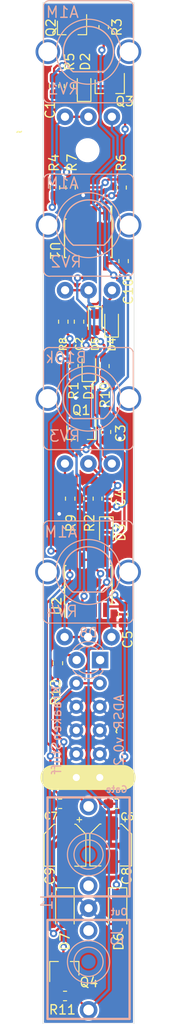
<source format=kicad_pcb>
(kicad_pcb (version 20171130) (host pcbnew "(5.1.0)-1")
  (layers (0 F.Cu signal) (31 B.Cu signal) (34 B.Paste user) (35 F.Paste user) (36 B.SilkS user) (37 F.SilkS user) (38 B.Mask user) (39 F.Mask user) (44 Edge.Cuts user))
  (net 0 "")
  (net 1 "Net-(C1-Pad1)")
  (net 2 "Net-(C1-Pad2)")
  (net 3 GND)
  (net 4 "Net-(C2-Pad2)")
  (net 5 "Net-(C3-Pad2)")
  (net 6 +12V)
  (net 7 -12V)
  (net 8 "Net-(D1-Pad1)")
  (net 9 "Net-(D3-Pad1)")
  (net 10 "Net-(D4-Pad2)")
  (net 11 "Net-(D5-Pad1)")
  (net 12 "Net-(J1-PadT)")
  (net 13 "Net-(J1-PadTN)")
  (net 14 "Net-(J2-PadTN)")
  (net 15 "Net-(J2-PadT)")
  (net 16 "Net-(Q1-Pad3)")
  (net 17 "Net-(Q2-Pad1)")
  (net 18 "Net-(Q3-Pad3)")
  (net 19 "Net-(Q3-Pad1)")
  (net 20 "Net-(R7-Pad2)")
  (net 21 "Net-(R7-Pad1)")
  (net 22 "Net-(R8-Pad1)")
  (net 23 "Net-(R10-Pad1)")
  (net 24 "Net-(R10-Pad2)")
  (net 25 "Net-(RV3-Pad2)")
  (net 26 "Net-(RV3-Pad1)")
  (net 27 "Net-(D6-Pad1)")
  (net 28 "Net-(D7-Pad2)")
  (net 29 "Net-(R9-Pad1)")
  (net 30 "Net-(D8-Pad1)")
  (net 31 "Net-(D8-Pad2)")
  (net 32 "Net-(Q4-Pad1)")
  (module MountingHole:MountingHole_2.2mm_M2 (layer F.Cu) (at 38.8493 35.8902)
    (fp_text reference ~ (at -7.3787 -2.0066) (layer F.SilkS))
    (fp_text value MountingHole_2.2mm_M2)
    (pad 1 np_thru_hole circle (at 0 0) (size 2.2 2.2) (drill 2.2) (layers *.Cu *.Mask))
  )
  (module KraakenStuff:EuroHeader10 (layer F.Cu) (at 38.9001 98.4123 180)
    (fp_text reference ~ (at -3.048 0 270) (layer F.SilkS))
    (fp_text value EuroPower)
    (pad 10 thru_hole circle (at 1.27 5.08 180) (size 1.524 1.524) (drill 0.762) (layers *.Cu *.Mask) (net 28 "Net-(D7-Pad2)"))
    (pad 9 thru_hole circle (at -1.27 5.08 180) (size 1.524 1.524) (drill 0.762) (layers *.Cu *.Mask) (net 28 "Net-(D7-Pad2)"))
    (pad 8 thru_hole circle (at 1.27 2.54 180) (size 1.524 1.524) (drill 0.762) (layers *.Cu *.Mask) (net 3 GND))
    (pad 7 thru_hole circle (at -1.27 2.54 180) (size 1.524 1.524) (drill 0.762) (layers *.Cu *.Mask) (net 3 GND))
    (pad 6 thru_hole circle (at 1.27 0 180) (size 1.524 1.524) (drill 0.762) (layers *.Cu *.Mask) (net 3 GND))
    (pad 5 thru_hole circle (at -1.27 0 180) (size 1.524 1.524) (drill 0.762) (layers *.Cu *.Mask) (net 3 GND))
    (pad 4 thru_hole circle (at 1.27 -2.54 180) (size 1.524 1.524) (drill 0.762) (layers *.Cu *.Mask) (net 3 GND))
    (pad 3 thru_hole circle (at -1.27 -2.54 180) (size 1.524 1.524) (drill 0.762) (layers *.Cu *.Mask) (net 3 GND))
    (pad 2 thru_hole circle (at 1.27 -5.08 180) (size 1.524 1.524) (drill 0.762) (layers *.Cu *.Mask) (net 27 "Net-(D6-Pad1)"))
    (pad 1 thru_hole rect (at -1.27 -5.08 180) (size 1.524 1.524) (drill 0.762) (layers *.Cu *.Mask) (net 27 "Net-(D6-Pad1)"))
  )
  (module Capacitor_SMD:C_0603_1608Metric_Pad1.05x0.95mm_HandSolder (layer F.Cu) (at 35.2298 28.9695 90)
    (fp_text reference C1 (at -2.5646 -0.4318 90) (layer F.SilkS))
    (fp_text value 10n)
    (pad 1 smd roundrect (at -0.875 0 90) (size 1.05 0.95) (layers F.Cu F.Paste F.Mask) (net 1 "Net-(C1-Pad1)"))
    (pad 2 smd roundrect (at 0.875 0 90) (size 1.05 0.95) (layers F.Cu F.Paste F.Mask) (net 2 "Net-(C1-Pad2)"))
  )
  (module Capacitor_SMD:C_0603_1608Metric_Pad1.05x0.95mm_HandSolder (layer F.Cu) (at 37.924533 54.3687 90)
    (fp_text reference C2 (at -2.4003 0.010367 90) (layer F.SilkS) (effects (font (size 0.75 0.75))))
    (fp_text value 10n)
    (pad 1 smd roundrect (at -0.875 0 90) (size 1.05 0.95) (layers F.Cu F.Paste F.Mask) (net 3 GND))
    (pad 2 smd roundrect (at 0.875 0 90) (size 1.05 0.95) (layers F.Cu F.Paste F.Mask) (net 4 "Net-(C2-Pad2)"))
  )
  (module Capacitor_SMD:C_0603_1608Metric_Pad1.05x0.95mm_HandSolder (layer F.Cu) (at 40.8432 66.2559 270)
    (fp_text reference C3 (at 0.1524 -1.5875 270) (layer F.SilkS))
    (fp_text value 4u7)
    (pad 2 smd roundrect (at 0.875 0 270) (size 1.05 0.95) (layers F.Cu F.Paste F.Mask) (net 5 "Net-(C3-Pad2)"))
    (pad 1 smd roundrect (at -0.875 0 270) (size 1.05 0.95) (layers F.Cu F.Paste F.Mask) (net 3 GND))
  )
  (module Capacitor_SMD:C_0603_1608Metric_Pad1.05x0.95mm_HandSolder (layer F.Cu) (at 40.9194 73.4414 270)
    (fp_text reference C4 (at -0.0227 -1.5113 270) (layer F.SilkS))
    (fp_text value 100n)
    (pad 1 smd roundrect (at -0.875 0 270) (size 1.05 0.95) (layers F.Cu F.Paste F.Mask) (net 3 GND))
    (pad 2 smd roundrect (at 0.875 0 270) (size 1.05 0.95) (layers F.Cu F.Paste F.Mask) (net 6 +12V))
  )
  (module Capacitor_SMD:C_0603_1608Metric_Pad1.05x0.95mm_HandSolder (layer F.Cu) (at 42.6974 85.9409 270)
    (fp_text reference C5 (at 2.6797 -0.4953 270) (layer F.SilkS))
    (fp_text value 100n)
    (pad 2 smd roundrect (at 0.875 0 270) (size 1.05 0.95) (layers F.Cu F.Paste F.Mask) (net 3 GND))
    (pad 1 smd roundrect (at -0.875 0 270) (size 1.05 0.95) (layers F.Cu F.Paste F.Mask) (net 7 -12V))
  )
  (module Diode_SMD:D_0603_1608Metric_Pad1.05x0.95mm_HandSolder (layer F.Cu) (at 38.99235 59.1566 90)
    (fp_text reference D1 (at -2.6797 -0.01605 90) (layer F.SilkS))
    (fp_text value 1n4148)
    (pad 1 smd roundrect (at -0.875 0 90) (size 1.05 0.95) (layers F.Cu F.Paste F.Mask) (net 8 "Net-(D1-Pad1)"))
    (pad 2 smd roundrect (at 0.875 0 90) (size 1.05 0.95) (layers F.Cu F.Paste F.Mask) (net 3 GND))
  )
  (module Diode_SMD:D_0603_1608Metric_Pad1.05x0.95mm_HandSolder (layer F.Cu) (at 38.4731 28.9695 90)
    (fp_text reference D2 (at 2.617 0.127 90) (layer F.SilkS))
    (fp_text value 1n4148)
    (pad 2 smd roundrect (at 0.875 0 90) (size 1.05 0.95) (layers F.Cu F.Paste F.Mask) (net 3 GND))
    (pad 1 smd roundrect (at -0.875 0 90) (size 1.05 0.95) (layers F.Cu F.Paste F.Mask) (net 1 "Net-(C1-Pad1)"))
  )
  (module Diode_SMD:D_0603_1608Metric_Pad1.05x0.95mm_HandSolder (layer F.Cu) (at 40.8794 77.0671 270)
    (fp_text reference D3 (at 0.0219 -1.564 270) (layer F.SilkS))
    (fp_text value 1n4148)
    (pad 2 smd roundrect (at 0.875 0 270) (size 1.05 0.95) (layers F.Cu F.Paste F.Mask) (net 5 "Net-(C3-Pad2)"))
    (pad 1 smd roundrect (at -0.875 0 270) (size 1.05 0.95) (layers F.Cu F.Paste F.Mask) (net 9 "Net-(D3-Pad1)"))
  )
  (module Diode_SMD:D_0603_1608Metric_Pad1.05x0.95mm_HandSolder (layer F.Cu) (at 41.4528 54.3687 90)
    (fp_text reference D4 (at -2.4638 0.0381 90) (layer F.SilkS) (effects (font (size 0.75 0.75))))
    (fp_text value 1n4148)
    (pad 1 smd roundrect (at -0.875 0 90) (size 1.05 0.95) (layers F.Cu F.Paste F.Mask) (net 5 "Net-(C3-Pad2)"))
    (pad 2 smd roundrect (at 0.875 0 90) (size 1.05 0.95) (layers F.Cu F.Paste F.Mask) (net 10 "Net-(D4-Pad2)"))
  )
  (module Diode_SMD:D_0603_1608Metric_Pad1.05x0.95mm_HandSolder (layer F.Cu) (at 39.668666 54.4137 270)
    (fp_text reference D5 (at 2.3807 -0.006134 270) (layer F.SilkS) (effects (font (size 0.75 0.75))))
    (fp_text value 1n4148)
    (pad 1 smd roundrect (at -0.875 0 270) (size 1.05 0.95) (layers F.Cu F.Paste F.Mask) (net 11 "Net-(D5-Pad1)"))
    (pad 2 smd roundrect (at 0.875 0 270) (size 1.05 0.95) (layers F.Cu F.Paste F.Mask) (net 5 "Net-(C3-Pad2)"))
  )
  (module Package_TO_SOT_SMD:SOT-23 (layer F.Cu) (at 38.1762 66.3059 270)
    (fp_text reference Q1 (at -2.3995 0.0127) (layer F.SilkS))
    (fp_text value BC847)
    (pad 1 smd rect (at -1 -0.95 270) (size 0.9 0.8) (layers F.Cu F.Paste F.Mask) (net 8 "Net-(D1-Pad1)"))
    (pad 2 smd rect (at -1 0.95 270) (size 0.9 0.8) (layers F.Cu F.Paste F.Mask) (net 3 GND))
    (pad 3 smd rect (at 1 0 270) (size 0.9 0.8) (layers F.Cu F.Paste F.Mask) (net 16 "Net-(Q1-Pad3)"))
  )
  (module Package_TO_SOT_SMD:SOT-23 (layer F.Cu) (at 37.165 22.68 270)
    (fp_text reference Q2 (at 0 2.286 270) (layer F.SilkS))
    (fp_text value BC847)
    (pad 1 smd rect (at -1 -0.95 270) (size 0.9 0.8) (layers F.Cu F.Paste F.Mask) (net 17 "Net-(Q2-Pad1)"))
    (pad 2 smd rect (at -1 0.95 270) (size 0.9 0.8) (layers F.Cu F.Paste F.Mask) (net 3 GND))
    (pad 3 smd rect (at 1 0 270) (size 0.9 0.8) (layers F.Cu F.Paste F.Mask) (net 2 "Net-(C1-Pad2)"))
  )
  (module Package_TO_SOT_SMD:SOT-23 (layer F.Cu) (at 41.2496 29.0195 270)
    (fp_text reference Q3 (at 1.6129 -1.6129) (layer F.SilkS))
    (fp_text value BC847)
    (pad 3 smd rect (at 1 0 270) (size 0.9 0.8) (layers F.Cu F.Paste F.Mask) (net 18 "Net-(Q3-Pad3)"))
    (pad 2 smd rect (at -1 0.95 270) (size 0.9 0.8) (layers F.Cu F.Paste F.Mask) (net 3 GND))
    (pad 1 smd rect (at -1 -0.95 270) (size 0.9 0.8) (layers F.Cu F.Paste F.Mask) (net 19 "Net-(Q3-Pad1)"))
  )
  (module Resistor_SMD:R_0603_1608Metric_Pad1.05x0.95mm_HandSolder (layer F.Cu) (at 37.3126 59.1566 90)
    (fp_text reference R1 (at -2.6416 0.0381 90) (layer F.SilkS))
    (fp_text value 10k)
    (pad 2 smd roundrect (at 0.875 0 90) (size 1.05 0.95) (layers F.Cu F.Paste F.Mask) (net 12 "Net-(J1-PadT)"))
    (pad 1 smd roundrect (at -0.875 0 90) (size 1.05 0.95) (layers F.Cu F.Paste F.Mask) (net 8 "Net-(D1-Pad1)"))
  )
  (module Resistor_SMD:R_0603_1608Metric_Pad1.05x0.95mm_HandSolder (layer F.Cu) (at 38.94455 73.4414 270)
    (fp_text reference R2 (at 2.6316 -0.12065 270) (layer F.SilkS))
    (fp_text value 4k7)
    (pad 2 smd roundrect (at 0.875 0 270) (size 1.05 0.95) (layers F.Cu F.Paste F.Mask) (net 6 +12V))
    (pad 1 smd roundrect (at -0.875 0 270) (size 1.05 0.95) (layers F.Cu F.Paste F.Mask) (net 16 "Net-(Q1-Pad3)"))
  )
  (module Resistor_SMD:R_0603_1608Metric_Pad1.05x0.95mm_HandSolder (layer F.Cu) (at 40.594 22.63 270)
    (fp_text reference R3 (at 0 -1.43 270) (layer F.SilkS))
    (fp_text value 22k)
    (pad 1 smd roundrect (at -0.875 0 270) (size 1.05 0.95) (layers F.Cu F.Paste F.Mask) (net 17 "Net-(Q2-Pad1)"))
    (pad 2 smd roundrect (at 0.875 0 270) (size 1.05 0.95) (layers F.Cu F.Paste F.Mask) (net 16 "Net-(Q1-Pad3)"))
  )
  (module Resistor_SMD:R_0603_1608Metric_Pad1.05x0.95mm_HandSolder (layer F.Cu) (at 35.3187 39.9161 90)
    (fp_text reference R4 (at 2.681 -0.09525 90) (layer F.SilkS))
    (fp_text value 4k7)
    (pad 2 smd roundrect (at 0.875 0 90) (size 1.05 0.95) (layers F.Cu F.Paste F.Mask) (net 6 +12V))
    (pad 1 smd roundrect (at -0.875 0 90) (size 1.05 0.95) (layers F.Cu F.Paste F.Mask) (net 2 "Net-(C1-Pad2)"))
  )
  (module Resistor_SMD:R_0603_1608Metric_Pad1.05x0.95mm_HandSolder (layer F.Cu) (at 36.83145 28.9695 270)
    (fp_text reference R5 (at -2.617 -0.06205 270) (layer F.SilkS))
    (fp_text value 10k)
    (pad 1 smd roundrect (at -0.875 0 270) (size 1.05 0.95) (layers F.Cu F.Paste F.Mask) (net 19 "Net-(Q3-Pad1)"))
    (pad 2 smd roundrect (at 0.875 0 270) (size 1.05 0.95) (layers F.Cu F.Paste F.Mask) (net 1 "Net-(C1-Pad1)"))
  )
  (module Resistor_SMD:R_0603_1608Metric_Pad1.05x0.95mm_HandSolder (layer F.Cu) (at 42.5323 39.9161 90)
    (fp_text reference R6 (at 2.681 -0.03175 90) (layer F.SilkS))
    (fp_text value 4k7)
    (pad 2 smd roundrect (at 0.875 0 90) (size 1.05 0.95) (layers F.Cu F.Paste F.Mask) (net 6 +12V))
    (pad 1 smd roundrect (at -0.875 0 90) (size 1.05 0.95) (layers F.Cu F.Paste F.Mask) (net 18 "Net-(Q3-Pad3)"))
  )
  (module Resistor_SMD:R_0603_1608Metric_Pad1.05x0.95mm_HandSolder (layer F.Cu) (at 37.0078 39.9161 270)
    (fp_text reference R7 (at -2.681 -0.1524 270) (layer F.SilkS))
    (fp_text value 100R)
    (pad 2 smd roundrect (at 0.875 0 270) (size 1.05 0.95) (layers F.Cu F.Paste F.Mask) (net 20 "Net-(R7-Pad2)"))
    (pad 1 smd roundrect (at -0.875 0 270) (size 1.05 0.95) (layers F.Cu F.Paste F.Mask) (net 21 "Net-(R7-Pad1)"))
  )
  (module Resistor_SMD:R_0603_1608Metric_Pad1.05x0.95mm_HandSolder (layer F.Cu) (at 36.2204 54.3687 90)
    (fp_text reference R8 (at -2.4257 -0.0127 90) (layer F.SilkS) (effects (font (size 0.75 0.75))))
    (fp_text value 100R)
    (pad 1 smd roundrect (at -0.875 0 90) (size 1.05 0.95) (layers F.Cu F.Paste F.Mask) (net 22 "Net-(R8-Pad1)"))
    (pad 2 smd roundrect (at 0.875 0 90) (size 1.05 0.95) (layers F.Cu F.Paste F.Mask) (net 2 "Net-(C1-Pad2)"))
  )
  (module Resistor_SMD:R_0603_1608Metric_Pad1.05x0.95mm_HandSolder (layer F.Cu) (at 36.9697 73.4414 270)
    (fp_text reference R9 (at 2.6316 -0.0762 270) (layer F.SilkS))
    (fp_text value 4k7)
    (pad 1 smd roundrect (at -0.875 0 270) (size 1.05 0.95) (layers F.Cu F.Paste F.Mask) (net 29 "Net-(R9-Pad1)"))
    (pad 2 smd roundrect (at 0.875 0 270) (size 1.05 0.95) (layers F.Cu F.Paste F.Mask) (net 6 +12V))
  )
  (module Resistor_SMD:R_0603_1608Metric_Pad1.05x0.95mm_HandSolder (layer F.Cu) (at 40.6721 59.1566 90)
    (fp_text reference R10 (at -3.1115 0.0695 90) (layer F.SilkS))
    (fp_text value 100R)
    (pad 1 smd roundrect (at -0.875 0 90) (size 1.05 0.95) (layers F.Cu F.Paste F.Mask) (net 23 "Net-(R10-Pad1)"))
    (pad 2 smd roundrect (at 0.875 0 90) (size 1.05 0.95) (layers F.Cu F.Paste F.Mask) (net 24 "Net-(R10-Pad2)"))
  )
  (module KraakenStuff:POT-9MM-ALPHA (layer B.Cu) (at 38.943 25.273)
    (fp_text reference RV1 (at -0.889 4.699) (layer B.SilkS) (effects (font (size 1.2065 1.2065) (thickness 0.1524)) (justify left bottom mirror)))
    (fp_text value A1M (at -0.943 -3.556) (layer B.SilkS) (effects (font (size 1.2065 1.2065) (thickness 0.1524)) (justify left bottom mirror)))
    (pad 5 thru_hole circle (at -4.394363 0.001843) (size 2.667 2.667) (drill 2.0574) (layers *.Cu *.Mask))
    (pad 4 thru_hole circle (at 4.394037 0.001843) (size 2.667 2.667) (drill 2.0574) (layers *.Cu *.Mask))
    (pad 1 thru_hole circle (at 2.539837 7.012243 90) (size 1.8034 1.8034) (drill 0.889) (layers *.Cu *.Mask) (net 10 "Net-(D4-Pad2)"))
    (pad 2 thru_hole circle (at -0.000163 7.012243 90) (size 1.8034 1.8034) (drill 0.889) (layers *.Cu *.Mask) (net 21 "Net-(R7-Pad1)"))
    (pad 3 thru_hole circle (at -2.540163 7.012243 90) (size 1.8034 1.8034) (drill 0.889) (layers *.Cu *.Mask) (net 21 "Net-(R7-Pad1)"))
  )
  (module KraakenStuff:POT-9MM-ALPHA (layer B.Cu) (at 38.955863 43.963166)
    (fp_text reference RV2 (at -0.647863 4.656667) (layer B.SilkS) (effects (font (size 1.2065 1.2065) (thickness 0.1524)) (justify left bottom mirror)))
    (fp_text value A1M (at -0.955863 -3.831166) (layer B.SilkS) (effects (font (size 1.2065 1.2065) (thickness 0.1524)) (justify left bottom mirror)))
    (pad 5 thru_hole circle (at -4.394363 0.001843) (size 2.667 2.667) (drill 2.0574) (layers *.Cu *.Mask))
    (pad 4 thru_hole circle (at 4.394037 0.001843) (size 2.667 2.667) (drill 2.0574) (layers *.Cu *.Mask))
    (pad 1 thru_hole circle (at 2.539837 7.012243 90) (size 1.8034 1.8034) (drill 0.889) (layers *.Cu *.Mask) (net 11 "Net-(D5-Pad1)"))
    (pad 2 thru_hole circle (at -0.000163 7.012243 90) (size 1.8034 1.8034) (drill 0.889) (layers *.Cu *.Mask) (net 24 "Net-(R10-Pad2)"))
    (pad 3 thru_hole circle (at -2.540163 7.012243 90) (size 1.8034 1.8034) (drill 0.889) (layers *.Cu *.Mask) (net 24 "Net-(R10-Pad2)"))
  )
  (module KraakenStuff:POT-9MM-ALPHA (layer B.Cu) (at 38.9382 62.653332)
    (fp_text reference RV3 (at -0.774863 4.741334) (layer B.SilkS) (effects (font (size 1.2065 1.2065) (thickness 0.1524)) (justify left bottom mirror)))
    (fp_text value B10k (at -0.0762 -3.725332) (layer B.SilkS) (effects (font (size 1.2065 1.2065) (thickness 0.1524)) (justify left bottom mirror)))
    (pad 3 thru_hole circle (at -2.540163 7.012243 90) (size 1.8034 1.8034) (drill 0.889) (layers *.Cu *.Mask) (net 29 "Net-(R9-Pad1)"))
    (pad 2 thru_hole circle (at -0.000163 7.012243 90) (size 1.8034 1.8034) (drill 0.889) (layers *.Cu *.Mask) (net 25 "Net-(RV3-Pad2)"))
    (pad 1 thru_hole circle (at 2.539837 7.012243 90) (size 1.8034 1.8034) (drill 0.889) (layers *.Cu *.Mask) (net 26 "Net-(RV3-Pad1)"))
    (pad 4 thru_hole circle (at 4.394037 0.001843) (size 2.667 2.667) (drill 2.0574) (layers *.Cu *.Mask))
    (pad 5 thru_hole circle (at -4.394363 0.001843) (size 2.667 2.667) (drill 2.0574) (layers *.Cu *.Mask))
  )
  (module KraakenStuff:POT-9MM-ALPHA (layer B.Cu) (at 38.9001 81.3435)
    (fp_text reference RV4 (at -1.016 4.953) (layer B.SilkS) (effects (font (size 1.2065 1.2065) (thickness 0.1524)) (justify left bottom mirror)))
    (fp_text value A1M (at -1.0541 -3.6195) (layer B.SilkS) (effects (font (size 1.2065 1.2065) (thickness 0.1524)) (justify left bottom mirror)))
    (pad 3 thru_hole circle (at -2.540163 7.012243 90) (size 1.8034 1.8034) (drill 0.889) (layers *.Cu *.Mask) (net 22 "Net-(R8-Pad1)"))
    (pad 2 thru_hole circle (at -0.000163 7.012243 90) (size 1.8034 1.8034) (drill 0.889) (layers *.Cu *.Mask) (net 22 "Net-(R8-Pad1)"))
    (pad 1 thru_hole circle (at 2.539837 7.012243 90) (size 1.8034 1.8034) (drill 0.889) (layers *.Cu *.Mask) (net 9 "Net-(D3-Pad1)"))
    (pad 4 thru_hole circle (at 4.394037 0.001843) (size 2.667 2.667) (drill 2.0574) (layers *.Cu *.Mask))
    (pad 5 thru_hole circle (at -4.394363 0.001843) (size 2.667 2.667) (drill 2.0574) (layers *.Cu *.Mask))
  )
  (module Package_SO:SOIC-8_3.9x4.9mm_P1.27mm (layer F.Cu) (at 38.9255 45.3771 270)
    (fp_text reference U1 (at 1.3462 3.6243 270 unlocked) (layer F.SilkS))
    (fp_text value NE555)
    (pad 1 smd rect (at -2.7 -1.905 270) (size 1.55 0.6) (layers F.Cu F.Paste F.Mask) (net 3 GND))
    (pad 2 smd rect (at -2.7 -0.635 270) (size 1.55 0.6) (layers F.Cu F.Paste F.Mask) (net 18 "Net-(Q3-Pad3)"))
    (pad 3 smd rect (at -2.7 0.635 270) (size 1.55 0.6) (layers F.Cu F.Paste F.Mask) (net 20 "Net-(R7-Pad2)"))
    (pad 4 smd rect (at -2.7 1.905 270) (size 1.55 0.6) (layers F.Cu F.Paste F.Mask) (net 2 "Net-(C1-Pad2)"))
    (pad 5 smd rect (at 2.7 1.905 270) (size 1.55 0.6) (layers F.Cu F.Paste F.Mask) (net 4 "Net-(C2-Pad2)"))
    (pad 6 smd rect (at 2.7 0.635 270) (size 1.55 0.6) (layers F.Cu F.Paste F.Mask) (net 5 "Net-(C3-Pad2)"))
    (pad 7 smd rect (at 2.7 -0.635 270) (size 1.55 0.6) (layers F.Cu F.Paste F.Mask) (net 26 "Net-(RV3-Pad1)"))
    (pad 8 smd rect (at 2.7 -1.905 270) (size 1.55 0.6) (layers F.Cu F.Paste F.Mask) (net 6 +12V))
  )
  (module Package_SO:SOIC-8_3.9x4.9mm_P1.27mm (layer F.Cu) (at 38.9255 82.7278 90)
    (fp_text reference U2 (at -2.286 -3.4163 90) (layer F.SilkS))
    (fp_text value LM358)
    (pad 8 smd rect (at 2.7 -1.905 90) (size 1.55 0.6) (layers F.Cu F.Paste F.Mask) (net 6 +12V))
    (pad 7 smd rect (at 2.7 -0.635 90) (size 1.55 0.6) (layers F.Cu F.Paste F.Mask) (net 15 "Net-(J2-PadT)"))
    (pad 6 smd rect (at 2.7 0.635 90) (size 1.55 0.6) (layers F.Cu F.Paste F.Mask) (net 15 "Net-(J2-PadT)"))
    (pad 5 smd rect (at 2.7 1.905 90) (size 1.55 0.6) (layers F.Cu F.Paste F.Mask) (net 5 "Net-(C3-Pad2)"))
    (pad 4 smd rect (at -2.7 1.905 90) (size 1.55 0.6) (layers F.Cu F.Paste F.Mask) (net 7 -12V))
    (pad 3 smd rect (at -2.7 0.635 90) (size 1.55 0.6) (layers F.Cu F.Paste F.Mask) (net 25 "Net-(RV3-Pad2)"))
    (pad 2 smd rect (at -2.7 -0.635 90) (size 1.55 0.6) (layers F.Cu F.Paste F.Mask) (net 23 "Net-(R10-Pad1)"))
    (pad 1 smd rect (at -2.7 -1.905 90) (size 1.55 0.6) (layers F.Cu F.Paste F.Mask) (net 23 "Net-(R10-Pad1)"))
  )
  (module Capacitor_SMD:C_0603_1608Metric_Pad1.05x0.95mm_HandSolder (layer F.Cu) (at 41.977 106.323 180)
    (fp_text reference C6 (at -1.1649 -1.3857 180) (layer F.SilkS) (effects (font (size 0.75 0.75))))
    (fp_text value 100n)
    (pad 1 smd roundrect (at -0.875 0 180) (size 1.05 0.95) (layers F.Cu F.Paste F.Mask) (net 7 -12V))
    (pad 2 smd roundrect (at 0.875 0 180) (size 1.05 0.95) (layers F.Cu F.Paste F.Mask) (net 3 GND))
  )
  (module Capacitor_SMD:C_0603_1608Metric_Pad1.05x0.95mm_HandSolder (layer F.Cu) (at 35.881 106.323)
    (fp_text reference C7 (at -1.0195 1.3222) (layer F.SilkS) (effects (font (size 0.75 0.75))))
    (fp_text value 100n)
    (pad 2 smd roundrect (at 0.875 0) (size 1.05 0.95) (layers F.Cu F.Paste F.Mask) (net 6 +12V))
    (pad 1 smd roundrect (at -0.875 0) (size 1.05 0.95) (layers F.Cu F.Paste F.Mask) (net 3 GND))
  )
  (module Capacitor_SMD:CP_Elec_4x4.5 (layer F.Cu) (at 41.356 110.768 270)
    (fp_text reference C8 (at 3.3415 -1.7351 270) (layer F.SilkS))
    (fp_text value 10u)
    (pad 1 smd roundrect (at -1.8 0 270) (size 2.6 1.6) (layers F.Cu F.Paste F.Mask) (roundrect_rratio 0.15625) (net 3 GND))
    (pad 2 smd roundrect (at 1.8 0 270) (size 2.6 1.6) (layers F.Cu F.Paste F.Mask) (roundrect_rratio 0.15625) (net 7 -12V))
  )
  (module Capacitor_SMD:CP_Elec_4x4.5 (layer F.Cu) (at 36.403 110.79 270)
    (fp_text reference C9 (at 3.3195 1.6304 270) (layer F.SilkS))
    (fp_text value 10u)
    (pad 2 smd roundrect (at 1.8 0 270) (size 2.6 1.6) (layers F.Cu F.Paste F.Mask) (roundrect_rratio 0.15625) (net 3 GND))
    (pad 1 smd roundrect (at -1.8 0 270) (size 2.6 1.6) (layers F.Cu F.Paste F.Mask) (roundrect_rratio 0.15625) (net 6 +12V))
  )
  (module Diode_SMD:D_SOD-123 (layer F.Cu) (at 42.1005 117.6264 270)
    (fp_text reference D6 (at 3.555 -0.127 270) (layer F.SilkS))
    (fp_text value 1N5819)
    (pad 1 smd rect (at -1.65 0 270) (size 0.9 1.2) (layers F.Cu F.Paste F.Mask) (net 27 "Net-(D6-Pad1)"))
    (pad 2 smd rect (at 1.65 0 270) (size 0.9 1.2) (layers F.Cu F.Paste F.Mask) (net 7 -12V))
  )
  (module Diode_SMD:D_SOD-123 (layer F.Cu) (at 36.3982 117.6264 270)
    (fp_text reference D7 (at 3.556 0 270) (layer F.SilkS))
    (fp_text value 1N5819)
    (pad 2 smd rect (at 1.65 0 270) (size 0.9 1.2) (layers F.Cu F.Paste F.Mask) (net 28 "Net-(D7-Pad2)"))
    (pad 1 smd rect (at -1.65 0 270) (size 0.9 1.2) (layers F.Cu F.Paste F.Mask) (net 6 +12V))
  )
  (module KraakenStuff:PJ301M-12-NoHole (layer B.Cu) (at 38.9557 111.8094 270)
    (fp_text reference J1 (at 3.8354 3.81 270) (layer B.SilkS) (effects (font (size 1.2065 1.2065) (thickness 0.1524)) (justify left bottom mirror)))
    (fp_text value Gate (at -6.6294 -4.3053) (layer B.SilkS) (effects (font (size 0.7 0.7) (thickness 0.1524)) (justify left bottom mirror)))
    (pad TN thru_hole circle (at 3.3528 0 270) (size 1.9304 1.9304) (drill 1.143) (layers *.Cu *.Mask) (net 13 "Net-(J1-PadTN)"))
    (pad S thru_hole circle (at 5.7658 0 270) (size 1.9304 1.9304) (drill 0.889) (layers *.Cu *.Mask) (net 3 GND))
    (pad T thru_hole circle (at -5.207 0 270) (size 1.9304 1.9304) (drill 1.143) (layers *.Cu *.Mask) (net 12 "Net-(J1-PadT)"))
    (pad HOLE smd circle (at 0 0 270) (size 1.524 1.524) (layers B.Cu))
  )
  (module KraakenStuff:PJ301M-12-NoHole (layer B.Cu) (at 38.9557 123.341 90)
    (fp_text reference J2 (at 3.8354 3.81 90) (layer B.SilkS) (effects (font (size 1.2065 1.2065) (thickness 0.1524)) (justify left bottom mirror)))
    (fp_text value Out (at 4.953 4.3053 180) (layer B.SilkS) (effects (font (size 0.7 0.7) (thickness 0.1524)) (justify left bottom mirror)))
    (pad HOLE smd circle (at 0 0 90) (size 1.524 1.524) (layers B.Cu))
    (pad T thru_hole circle (at -5.207 0 90) (size 1.9304 1.9304) (drill 1.143) (layers *.Cu *.Mask) (net 15 "Net-(J2-PadT)"))
    (pad S thru_hole circle (at 5.7658 0 90) (size 1.9304 1.9304) (drill 0.889) (layers *.Cu *.Mask) (net 3 GND))
    (pad TN thru_hole circle (at 3.3528 0 90) (size 1.9304 1.9304) (drill 1.143) (layers *.Cu *.Mask) (net 14 "Net-(J2-PadTN)"))
  )
  (module Capacitor_SMD:C_0603_1608Metric_Pad1.05x0.95mm_HandSolder (layer F.Cu) (at 42.7482 47.8409 90)
    (fp_text reference C10 (at -3.2639 0.508 90) (layer F.SilkS))
    (fp_text value 100n)
    (pad 1 smd roundrect (at -0.875 0 90) (size 1.05 0.95) (layers F.Cu F.Paste F.Mask) (net 6 +12V))
    (pad 2 smd roundrect (at 0.875 0 90) (size 1.05 0.95) (layers F.Cu F.Paste F.Mask) (net 3 GND))
  )
  (module LED_THT:LED_D3.0mm (layer B.Cu) (at 40.2082 90.8304 180)
    (fp_text reference D8 (at 1.27 2.96 180) (layer B.SilkS) (effects (justify mirror)))
    (fp_text value LED)
    (pad 1 thru_hole rect (at 0 0 180) (size 1.8 1.8) (drill 0.9) (layers *.Cu *.Mask) (net 30 "Net-(D8-Pad1)"))
    (pad 2 thru_hole circle (at 2.54 0 180) (size 1.8 1.8) (drill 0.9) (layers *.Cu *.Mask) (net 31 "Net-(D8-Pad2)"))
  )
  (module Package_TO_SOT_SMD:SOT-23 (layer F.Cu) (at 36.3322 124.0823 90)
    (fp_text reference Q4 (at -1.4953 2.6568) (layer F.SilkS))
    (fp_text value MMBT3904)
    (pad 1 smd rect (at -1 -0.95 90) (size 0.9 0.8) (layers F.Cu F.Paste F.Mask) (net 32 "Net-(Q4-Pad1)"))
    (pad 2 smd rect (at -1 0.95 90) (size 0.9 0.8) (layers F.Cu F.Paste F.Mask) (net 3 GND))
    (pad 3 smd rect (at 1 0 90) (size 0.9 0.8) (layers F.Cu F.Paste F.Mask) (net 30 "Net-(D8-Pad1)"))
  )
  (module Resistor_SMD:R_0603_1608Metric_Pad1.05x0.95mm_HandSolder (layer F.Cu) (at 36.4096 127.0381)
    (fp_text reference R11 (at -0.2908 1.4859) (layer F.SilkS))
    (fp_text value 100k)
    (pad 2 smd roundrect (at 0.875 0) (size 1.05 0.95) (layers F.Cu F.Paste F.Mask) (net 15 "Net-(J2-PadT)"))
    (pad 1 smd roundrect (at -0.875 0) (size 1.05 0.95) (layers F.Cu F.Paste F.Mask) (net 32 "Net-(Q4-Pad1)"))
  )
  (module Resistor_SMD:R_0603_1608Metric_Pad1.05x0.95mm_HandSolder (layer F.Cu) (at 35.6362 91.1733 90)
    (fp_text reference R12 (at -3.1496 -0.254 90) (layer F.SilkS))
    (fp_text value 1k)
    (pad 1 smd roundrect (at -0.875 0 90) (size 1.05 0.95) (layers F.Cu F.Paste F.Mask) (net 6 +12V))
    (pad 2 smd roundrect (at 0.875 0 90) (size 1.05 0.95) (layers F.Cu F.Paste F.Mask) (net 31 "Net-(D8-Pad2)"))
  )
  (gr_text "ADSR v0.2" (at 42.2529 98.3863 90) (layer B.SilkS) (effects (font (size 1 1)) (justify mirror)))
  (gr_text KraakenStuff (at 35.4838 98.386301 90) (layer B.SilkS) (effects (font (size 1 1)) (justify mirror)))
  (gr_line (start 34.0154 130.0593) (end 34.0154 19.963) (layer Edge.Cuts) (width 0.05))
  (gr_line (start 43.8833 130.0593) (end 34.0154 130.0593) (layer Edge.Cuts) (width 0.05))
  (gr_line (start 43.8833 19.963) (end 43.8833 130.0593) (layer Edge.Cuts) (width 0.05))
  (gr_line (start 34.0154 19.963) (end 43.8833 19.963) (layer Edge.Cuts) (width 0.05))
  (segment (start 35.2298 29.8445) (end 36.83145 29.8445) (width 0.25) (layer F.Cu) (net 1))
  (segment (start 36.83145 29.8445) (end 38.4731 29.8445) (width 0.25) (layer F.Cu) (net 1))
  (segment (start 35.817772 41.290172) (end 35.3187 40.7911) (width 0.25) (layer F.Cu) (net 2))
  (segment (start 37.038 43.02) (end 37.038 42.5104) (width 0.25) (layer F.Cu) (net 2))
  (via (at 35.0266 42.037) (size 0.8) (drill 0.4) (layers F.Cu B.Cu) (net 2))
  (segment (start 35.3187 40.7911) (end 35.3187 41.7449) (width 0.25) (layer F.Cu) (net 2))
  (segment (start 35.3187 41.7449) (end 35.0266 42.037) (width 0.25) (layer F.Cu) (net 2))
  (via (at 36.1061 26.7716) (size 0.8) (drill 0.4) (layers F.Cu B.Cu) (net 2))
  (segment (start 35.0266 42.037) (end 35.0266 27.8511) (width 0.25) (layer B.Cu) (net 2))
  (segment (start 35.0266 27.8511) (end 36.1061 26.7716) (width 0.25) (layer B.Cu) (net 2))
  (segment (start 35.540415 26.7716) (end 36.1061 26.7716) (width 0.25) (layer F.Cu) (net 2))
  (segment (start 35.2298 28.0945) (end 35.2298 27.082215) (width 0.25) (layer F.Cu) (net 2))
  (segment (start 35.2298 27.082215) (end 35.540415 26.7716) (width 0.25) (layer F.Cu) (net 2))
  (segment (start 37.165 25.7127) (end 37.165 23.63) (width 0.25) (layer F.Cu) (net 2))
  (segment (start 36.1061 26.7716) (end 37.165 25.7127) (width 0.25) (layer F.Cu) (net 2))
  (segment (start 34.738989 52.587289) (end 34.738989 47.176011) (width 0.25) (layer F.Cu) (net 2))
  (segment (start 36.2204 53.4937) (end 35.6454 53.4937) (width 0.25) (layer F.Cu) (net 2))
  (segment (start 35.6454 53.4937) (end 34.738989 52.587289) (width 0.25) (layer F.Cu) (net 2))
  (segment (start 34.738989 47.176011) (end 37.038 44.877) (width 0.25) (layer F.Cu) (net 2))
  (segment (start 37.0205 44.8595) (end 37.0205 42.6771) (width 0.25) (layer F.Cu) (net 2))
  (segment (start 37.038 44.877) (end 37.0205 44.8595) (width 0.25) (layer F.Cu) (net 2))
  (segment (start 37.0205 42.4929) (end 37.0205 42.6771) (width 0.25) (layer F.Cu) (net 2))
  (segment (start 35.3187 40.7911) (end 37.0205 42.4929) (width 0.25) (layer F.Cu) (net 2))
  (via (at 37.5666 62.5856) (size 0.8) (drill 0.4) (layers F.Cu B.Cu) (net 3))
  (via (at 40.7162 63.4111) (size 0.8) (drill 0.4) (layers F.Cu B.Cu) (net 3))
  (via (at 38.3794 40.7416) (size 0.8) (drill 0.4) (layers F.Cu B.Cu) (net 3))
  (via (at 42.3418 66.9671) (size 0.8) (drill 0.4) (layers F.Cu B.Cu) (net 3))
  (via (at 35.7759 75.0824) (size 0.8) (drill 0.4) (layers F.Cu B.Cu) (net 3))
  (segment (start 36.903877 52.473044) (end 37.924533 53.4937) (width 0.25) (layer F.Cu) (net 4))
  (segment (start 35.826883 52.473044) (end 36.903877 52.473044) (width 0.25) (layer F.Cu) (net 4))
  (segment (start 35.188999 51.83516) (end 35.826883 52.473044) (width 0.25) (layer F.Cu) (net 4))
  (segment (start 35.188999 49.358601) (end 35.188999 51.83516) (width 0.25) (layer F.Cu) (net 4))
  (segment (start 36.4705 48.0771) (end 35.188999 49.358601) (width 0.25) (layer F.Cu) (net 4))
  (segment (start 37.0205 48.0771) (end 36.4705 48.0771) (width 0.25) (layer F.Cu) (net 4))
  (segment (start 40.8794 77.9421) (end 41.621902 77.9421) (width 0.25) (layer F.Cu) (net 5))
  (segment (start 41.621902 77.9421) (end 42.838201 76.725801) (width 0.25) (layer F.Cu) (net 5))
  (segment (start 42.838201 68.550901) (end 42.838201 68.771601) (width 0.25) (layer F.Cu) (net 5))
  (segment (start 41.4182 67.1309) (end 42.838201 68.550901) (width 0.25) (layer F.Cu) (net 5))
  (segment (start 40.8432 67.1309) (end 41.4182 67.1309) (width 0.25) (layer F.Cu) (net 5))
  (segment (start 42.838201 76.725801) (end 42.838201 68.771601) (width 0.25) (layer F.Cu) (net 5))
  (segment (start 39.713666 55.2437) (end 39.668666 55.2887) (width 0.25) (layer F.Cu) (net 5))
  (segment (start 41.4528 55.2437) (end 39.713666 55.2437) (width 0.25) (layer F.Cu) (net 5))
  (segment (start 40.8305 77.991) (end 40.8794 77.9421) (width 0.25) (layer F.Cu) (net 5))
  (segment (start 40.8305 80.0278) (end 40.8305 77.991) (width 0.25) (layer F.Cu) (net 5))
  (segment (start 38.868656 54.48869) (end 39.668666 55.2887) (width 0.25) (layer F.Cu) (net 5))
  (segment (start 38.868656 52.723744) (end 38.868656 54.48869) (width 0.25) (layer F.Cu) (net 5))
  (segment (start 39.119356 52.473044) (end 38.868656 52.723744) (width 0.25) (layer F.Cu) (net 5))
  (segment (start 38.2905 47.0521) (end 38.6574 46.6852) (width 0.25) (layer F.Cu) (net 5))
  (segment (start 39.868656 52.473044) (end 39.119356 52.473044) (width 0.25) (layer F.Cu) (net 5))
  (segment (start 38.6574 46.6852) (end 39.828602 46.6852) (width 0.25) (layer F.Cu) (net 5))
  (segment (start 38.2905 48.0771) (end 38.2905 47.0521) (width 0.25) (layer F.Cu) (net 5))
  (segment (start 39.828602 46.6852) (end 40.203001 47.059599) (width 0.25) (layer F.Cu) (net 5))
  (segment (start 40.203001 47.059599) (end 40.203001 52.138699) (width 0.25) (layer F.Cu) (net 5))
  (segment (start 40.203001 52.138699) (end 39.868656 52.473044) (width 0.25) (layer F.Cu) (net 5))
  (segment (start 41.673736 66.300364) (end 41.4839 66.4902) (width 0.25) (layer F.Cu) (net 5))
  (segment (start 41.673736 56.089636) (end 41.673736 66.300364) (width 0.25) (layer F.Cu) (net 5))
  (segment (start 41.4528 55.8687) (end 41.673736 56.089636) (width 0.25) (layer F.Cu) (net 5))
  (segment (start 41.4528 55.2437) (end 41.4528 55.8687) (width 0.25) (layer F.Cu) (net 5))
  (segment (start 40.8432 67.1309) (end 41.4839 66.4902) (width 0.25) (layer F.Cu) (net 5))
  (segment (start 41.4839 66.4902) (end 41.64321 66.33089) (width 0.25) (layer F.Cu) (net 5))
  (segment (start 34.9631 110.4299) (end 36.403 108.99) (width 0.25) (layer F.Cu) (net 6))
  (segment (start 36.403 106.676) (end 36.756 106.323) (width 0.25) (layer F.Cu) (net 6))
  (segment (start 36.403 108.99) (end 36.403 106.676) (width 0.25) (layer F.Cu) (net 6))
  (via (at 34.8234 101.1809) (size 0.8) (drill 0.4) (layers F.Cu B.Cu) (net 6))
  (segment (start 36.756 106.323) (end 34.8234 104.3904) (width 0.25) (layer F.Cu) (net 6))
  (segment (start 34.8234 104.3904) (end 34.8234 101.1809) (width 0.25) (layer F.Cu) (net 6))
  (via (at 36.9316 81.661) (size 0.8) (drill 0.4) (layers F.Cu B.Cu) (net 6))
  (segment (start 36.9316 80.1167) (end 37.0205 80.0278) (width 0.25) (layer F.Cu) (net 6))
  (segment (start 36.9316 81.661) (end 36.9316 80.1167) (width 0.25) (layer F.Cu) (net 6))
  (segment (start 37.0205 74.3672) (end 36.9697 74.3164) (width 0.25) (layer F.Cu) (net 6))
  (segment (start 37.0205 80.0278) (end 37.0205 74.3672) (width 0.25) (layer F.Cu) (net 6))
  (segment (start 36.9697 74.3164) (end 38.94455 74.3164) (width 0.25) (layer F.Cu) (net 6))
  (segment (start 38.94455 74.3164) (end 40.9194 74.3164) (width 0.25) (layer F.Cu) (net 6))
  (via (at 41.9989 74.295) (size 0.8) (drill 0.4) (layers F.Cu B.Cu) (net 6))
  (via (at 43.2181 49.657) (size 0.8) (drill 0.4) (layers F.Cu B.Cu) (net 6))
  (via (at 40.7543 39.37) (size 0.8) (drill 0.4) (layers F.Cu B.Cu) (net 6))
  (segment (start 41.9775 74.3164) (end 41.9989 74.295) (width 0.25) (layer F.Cu) (net 6))
  (segment (start 40.9194 74.3164) (end 41.9775 74.3164) (width 0.25) (layer F.Cu) (net 6))
  (segment (start 36.9316 82.199562) (end 36.9316 81.661) (width 0.25) (layer B.Cu) (net 6))
  (segment (start 34.8234 84.307762) (end 36.9316 82.199562) (width 0.25) (layer B.Cu) (net 6))
  (segment (start 42.1094 48.0771) (end 42.7482 48.7159) (width 0.25) (layer F.Cu) (net 6))
  (segment (start 40.8305 48.0771) (end 42.1094 48.0771) (width 0.25) (layer F.Cu) (net 6))
  (segment (start 42.7482 49.1871) (end 43.2181 49.657) (width 0.25) (layer F.Cu) (net 6))
  (segment (start 42.7482 48.7159) (end 42.7482 49.1871) (width 0.25) (layer F.Cu) (net 6))
  (segment (start 41.174321 47.613221) (end 43.2181 49.657) (width 0.25) (layer B.Cu) (net 6))
  (segment (start 41.174321 42.139092) (end 41.174321 47.613221) (width 0.25) (layer B.Cu) (net 6))
  (segment (start 41.9989 74.295) (end 42.6593 74.295) (width 0.25) (layer B.Cu) (net 6))
  (segment (start 42.6593 74.295) (end 43.110099 73.844201) (width 0.25) (layer B.Cu) (net 6))
  (segment (start 43.110099 73.844201) (end 43.110099 65.411824) (width 0.25) (layer B.Cu) (net 6))
  (segment (start 41.814488 64.116212) (end 41.4655 63.767225) (width 0.25) (layer B.Cu) (net 6))
  (segment (start 43.110099 65.411824) (end 41.814488 64.116212) (width 0.25) (layer B.Cu) (net 6))
  (segment (start 41.673736 63.97546) (end 41.814488 64.116212) (width 0.25) (layer B.Cu) (net 6))
  (segment (start 41.673736 61.859094) (end 41.673736 63.97546) (width 0.25) (layer B.Cu) (net 6))
  (segment (start 43.2181 49.657) (end 43.2181 60.31473) (width 0.25) (layer B.Cu) (net 6))
  (segment (start 43.2181 60.31473) (end 41.673736 61.859094) (width 0.25) (layer B.Cu) (net 6))
  (segment (start 34.9631 114.6913) (end 34.9631 114.5794) (width 0.25) (layer F.Cu) (net 6))
  (segment (start 36.2482 115.9764) (end 34.9631 114.6913) (width 0.25) (layer F.Cu) (net 6))
  (segment (start 36.3982 115.9764) (end 36.2482 115.9764) (width 0.25) (layer F.Cu) (net 6))
  (segment (start 34.9631 114.5794) (end 34.9631 110.4299) (width 0.25) (layer F.Cu) (net 6))
  (via (at 35.5219 93.3704) (size 0.8) (drill 0.4) (layers F.Cu B.Cu) (net 6))
  (segment (start 35.6362 92.0483) (end 35.6362 93.2561) (width 0.25) (layer F.Cu) (net 6))
  (segment (start 35.6362 93.2561) (end 35.5219 93.3704) (width 0.25) (layer F.Cu) (net 6))
  (segment (start 34.930815 93.345) (end 34.8234 93.345) (width 0.25) (layer B.Cu) (net 6))
  (segment (start 34.956215 93.3704) (end 34.930815 93.345) (width 0.25) (layer B.Cu) (net 6))
  (segment (start 35.5219 93.3704) (end 34.956215 93.3704) (width 0.25) (layer B.Cu) (net 6))
  (segment (start 34.8234 101.1809) (end 34.8234 93.345) (width 0.25) (layer B.Cu) (net 6))
  (segment (start 34.8234 93.345) (end 34.8234 84.307762) (width 0.25) (layer B.Cu) (net 6))
  (segment (start 40.354301 39.769999) (end 40.7543 39.37) (width 0.25) (layer B.Cu) (net 6))
  (segment (start 40.354301 41.319072) (end 40.354301 39.769999) (width 0.25) (layer B.Cu) (net 6))
  (segment (start 41.174321 42.139092) (end 40.354301 41.319072) (width 0.25) (layer B.Cu) (net 6))
  (segment (start 41.0832 39.0411) (end 40.7543 39.37) (width 0.25) (layer F.Cu) (net 6))
  (segment (start 42.5323 39.0411) (end 41.0832 39.0411) (width 0.25) (layer F.Cu) (net 6))
  (segment (start 40.354301 39.769999) (end 40.7543 39.37) (width 0.25) (layer F.Cu) (net 6))
  (segment (start 40.23319 39.89111) (end 40.354301 39.769999) (width 0.25) (layer F.Cu) (net 6))
  (segment (start 36.16871 39.89111) (end 40.23319 39.89111) (width 0.25) (layer F.Cu) (net 6))
  (segment (start 35.3187 39.0411) (end 36.16871 39.89111) (width 0.25) (layer F.Cu) (net 6))
  (segment (start 42.852 106.898) (end 42.852 106.323) (width 0.25) (layer F.Cu) (net 7))
  (segment (start 42.852 111.972) (end 42.852 106.898) (width 0.25) (layer F.Cu) (net 7))
  (segment (start 42.256 112.568) (end 42.852 111.972) (width 0.25) (layer F.Cu) (net 7))
  (segment (start 41.356 112.568) (end 42.256 112.568) (width 0.25) (layer F.Cu) (net 7))
  (via (at 42.8752 101.2317) (size 0.8) (drill 0.4) (layers F.Cu B.Cu) (net 7))
  (segment (start 42.852 106.323) (end 42.852 101.2549) (width 0.25) (layer F.Cu) (net 7))
  (segment (start 42.852 101.2549) (end 42.8752 101.2317) (width 0.25) (layer F.Cu) (net 7))
  (via (at 41.7957 83.82) (size 0.8) (drill 0.4) (layers F.Cu B.Cu) (net 7))
  (segment (start 41.7957 84.1642) (end 42.6974 85.0659) (width 0.25) (layer F.Cu) (net 7))
  (segment (start 41.7957 83.82) (end 41.7957 84.1642) (width 0.25) (layer F.Cu) (net 7))
  (segment (start 41.1924 85.0659) (end 40.8305 85.4278) (width 0.25) (layer F.Cu) (net 7))
  (segment (start 42.6974 85.0659) (end 41.1924 85.0659) (width 0.25) (layer F.Cu) (net 7))
  (segment (start 42.8752 84.8995) (end 41.7957 83.82) (width 0.25) (layer B.Cu) (net 7))
  (segment (start 42.8752 101.2317) (end 42.8752 84.8995) (width 0.25) (layer B.Cu) (net 7))
  (segment (start 40.48529 113.43871) (end 41.356 112.568) (width 0.25) (layer F.Cu) (net 7))
  (segment (start 40.48529 118.51119) (end 40.48529 113.43871) (width 0.25) (layer F.Cu) (net 7))
  (segment (start 41.2505 119.2764) (end 40.48529 118.51119) (width 0.25) (layer F.Cu) (net 7))
  (segment (start 42.1005 119.2764) (end 41.2505 119.2764) (width 0.25) (layer F.Cu) (net 7))
  (segment (start 39.1262 60.16545) (end 38.99235 60.0316) (width 0.25) (layer F.Cu) (net 8))
  (segment (start 39.1262 65.3059) (end 39.1262 60.16545) (width 0.25) (layer F.Cu) (net 8))
  (segment (start 38.99235 60.0316) (end 37.3126 60.0316) (width 0.25) (layer F.Cu) (net 8))
  (via (at 41.8719 76.6191) (size 0.8) (drill 0.4) (layers F.Cu B.Cu) (net 9))
  (segment (start 41.452637 89.168543) (end 41.452637 87.893347) (width 0.25) (layer B.Cu) (net 9))
  (segment (start 41.3064 76.6191) (end 40.8794 76.1921) (width 0.25) (layer F.Cu) (net 9))
  (segment (start 41.8719 76.6191) (end 41.3064 76.6191) (width 0.25) (layer F.Cu) (net 9))
  (segment (start 41.434011 81.908911) (end 41.434011 77.056989) (width 0.25) (layer B.Cu) (net 9))
  (segment (start 41.439937 87.080547) (end 41.070699 86.711309) (width 0.25) (layer B.Cu) (net 9))
  (segment (start 41.439937 88.355743) (end 41.439937 87.080547) (width 0.25) (layer B.Cu) (net 9))
  (segment (start 41.434011 77.056989) (end 41.8719 76.6191) (width 0.25) (layer B.Cu) (net 9))
  (segment (start 41.070699 86.711309) (end 41.070699 83.370103) (width 0.25) (layer B.Cu) (net 9))
  (segment (start 41.644401 82.796401) (end 41.644401 82.119301) (width 0.25) (layer B.Cu) (net 9))
  (segment (start 41.070699 83.370103) (end 41.644401 82.796401) (width 0.25) (layer B.Cu) (net 9))
  (segment (start 41.644401 82.119301) (end 41.434011 81.908911) (width 0.25) (layer B.Cu) (net 9))
  (via (at 41.6687 49.3522) (size 0.8) (drill 0.4) (layers F.Cu B.Cu) (net 10))
  (segment (start 42.722401 50.405901) (end 41.6687 49.3522) (width 0.25) (layer F.Cu) (net 10))
  (segment (start 41.4528 53.4937) (end 42.722401 52.224099) (width 0.25) (layer F.Cu) (net 10))
  (segment (start 42.722401 52.224099) (end 42.722401 50.405901) (width 0.25) (layer F.Cu) (net 10))
  (segment (start 40.724311 48.407811) (end 41.6687 49.3522) (width 0.25) (layer B.Cu) (net 10))
  (segment (start 40.724311 42.325492) (end 40.724311 48.407811) (width 0.25) (layer B.Cu) (net 10))
  (segment (start 41.482837 32.285243) (end 41.482837 33.727455) (width 0.25) (layer B.Cu) (net 10))
  (segment (start 41.482837 33.727455) (end 42.09331 34.337928) (width 0.25) (layer B.Cu) (net 10))
  (segment (start 42.09331 34.337928) (end 42.09331 36.957988) (width 0.25) (layer B.Cu) (net 10))
  (segment (start 42.09331 36.957988) (end 39.904291 39.147007) (width 0.25) (layer B.Cu) (net 10))
  (segment (start 39.904291 39.147007) (end 39.904291 41.505472) (width 0.25) (layer B.Cu) (net 10))
  (segment (start 39.904291 41.505472) (end 40.724311 42.325492) (width 0.25) (layer B.Cu) (net 10))
  (segment (start 41.4957 51.711666) (end 41.4957 51.246343) (width 0.25) (layer F.Cu) (net 11))
  (segment (start 39.668666 53.5387) (end 41.4957 51.711666) (width 0.25) (layer F.Cu) (net 11))
  (via (at 34.8869 79.0829) (size 0.8) (drill 0.4) (layers F.Cu B.Cu) (net 12))
  (segment (start 36.220001 63.993124) (end 36.220001 58.635501) (width 0.25) (layer B.Cu) (net 12))
  (segment (start 36.220001 58.635501) (end 35.941 58.3565) (width 0.25) (layer B.Cu) (net 12))
  (segment (start 37.2377 58.3565) (end 37.3126 58.2816) (width 0.25) (layer F.Cu) (net 12))
  (segment (start 35.941 58.3565) (end 37.2377 58.3565) (width 0.25) (layer F.Cu) (net 12))
  (via (at 35.941 58.3565) (size 0.8) (drill 0.4) (layers F.Cu B.Cu) (net 12))
  (segment (start 34.8869 65.326226) (end 35.076113 65.137013) (width 0.25) (layer B.Cu) (net 12))
  (segment (start 34.8869 79.0829) (end 34.8869 65.326226) (width 0.25) (layer B.Cu) (net 12))
  (segment (start 34.8996 65.313525) (end 35.076113 65.137013) (width 0.25) (layer B.Cu) (net 12))
  (segment (start 35.076113 65.137013) (end 36.220001 63.993124) (width 0.25) (layer B.Cu) (net 12))
  (segment (start 35.548401 103.195101) (end 38.9557 106.6024) (width 0.25) (layer F.Cu) (net 12))
  (segment (start 34.4297 99.714198) (end 35.548401 100.832899) (width 0.25) (layer F.Cu) (net 12))
  (segment (start 35.452585 79.0829) (end 36.176938 79.807253) (width 0.25) (layer F.Cu) (net 12))
  (segment (start 34.8869 79.0829) (end 35.452585 79.0829) (width 0.25) (layer F.Cu) (net 12))
  (segment (start 36.176938 79.807253) (end 36.176938 82.954224) (width 0.25) (layer F.Cu) (net 12))
  (segment (start 36.176938 82.954224) (end 34.9504 84.180762) (width 0.25) (layer F.Cu) (net 12))
  (segment (start 34.4297 84.6963) (end 34.4297 99.714198) (width 0.25) (layer F.Cu) (net 12))
  (segment (start 34.9504 84.180762) (end 34.945238 84.180762) (width 0.25) (layer F.Cu) (net 12))
  (segment (start 35.548401 100.832899) (end 35.548401 103.195101) (width 0.25) (layer F.Cu) (net 12))
  (segment (start 34.945238 84.180762) (end 34.4297 84.6963) (width 0.25) (layer F.Cu) (net 12))
  (segment (start 38.2905 80.0278) (end 39.5605 80.0278) (width 0.25) (layer F.Cu) (net 15))
  (via (at 40.259 81.5213) (size 0.8) (drill 0.4) (layers F.Cu B.Cu) (net 15))
  (segment (start 39.5605 80.8228) (end 39.5605 80.0278) (width 0.25) (layer F.Cu) (net 15))
  (segment (start 40.259 81.5213) (end 39.5605 80.8228) (width 0.25) (layer F.Cu) (net 15))
  (segment (start 41.1607 126.343) (end 41.1607 106.897902) (width 0.25) (layer B.Cu) (net 15))
  (segment (start 41.1607 106.897902) (end 38.9557 104.692902) (width 0.25) (layer B.Cu) (net 15))
  (segment (start 38.9557 128.548) (end 41.1607 126.343) (width 0.25) (layer B.Cu) (net 15))
  (segment (start 38.9557 89.697898) (end 38.9557 91.1908) (width 0.25) (layer B.Cu) (net 15))
  (segment (start 39.071154 89.582444) (end 38.9557 89.697898) (width 0.25) (layer B.Cu) (net 15))
  (segment (start 38.9557 91.1908) (end 38.9557 90.9241) (width 0.25) (layer B.Cu) (net 15))
  (segment (start 38.9557 104.692902) (end 38.9557 91.1908) (width 0.25) (layer B.Cu) (net 15))
  (segment (start 40.259 81.5213) (end 40.139338 81.640962) (width 0.25) (layer B.Cu) (net 15))
  (segment (start 40.139338 81.640962) (end 40.139338 89.172062) (width 0.25) (layer B.Cu) (net 15))
  (segment (start 40.139338 89.172062) (end 39.728956 89.582444) (width 0.25) (layer B.Cu) (net 15))
  (segment (start 39.728956 89.582444) (end 39.071154 89.582444) (width 0.25) (layer B.Cu) (net 15))
  (segment (start 37.4458 127.0381) (end 38.9557 128.548) (width 0.25) (layer F.Cu) (net 15))
  (segment (start 37.2846 127.0381) (end 37.4458 127.0381) (width 0.25) (layer F.Cu) (net 15))
  (via (at 40.3987 25.0952) (size 0.8) (drill 0.4) (layers F.Cu B.Cu) (net 16))
  (segment (start 40.594 23.505) (end 40.594 24.8999) (width 0.25) (layer F.Cu) (net 16))
  (segment (start 40.594 24.8999) (end 40.3987 25.0952) (width 0.25) (layer F.Cu) (net 16))
  (via (at 38.6842 68.1482) (size 0.8) (drill 0.4) (layers F.Cu B.Cu) (net 16))
  (segment (start 38.6842 67.8139) (end 38.1762 67.3059) (width 0.25) (layer F.Cu) (net 16))
  (segment (start 38.6842 68.1482) (end 38.6842 67.8139) (width 0.25) (layer F.Cu) (net 16))
  (segment (start 38.118515 68.1482) (end 38.6842 68.1482) (width 0.25) (layer F.Cu) (net 16))
  (segment (start 37.6555 68.611215) (end 38.118515 68.1482) (width 0.25) (layer F.Cu) (net 16))
  (segment (start 37.6555 71.85235) (end 37.6555 68.611215) (width 0.25) (layer F.Cu) (net 16))
  (segment (start 38.36955 72.5664) (end 37.6555 71.85235) (width 0.25) (layer F.Cu) (net 16))
  (segment (start 38.94455 72.5664) (end 38.36955 72.5664) (width 0.25) (layer F.Cu) (net 16))
  (segment (start 40.3987 25.660885) (end 40.3987 25.0952) (width 0.25) (layer B.Cu) (net 16))
  (segment (start 40.256136 33.137164) (end 40.256136 25.803449) (width 0.25) (layer B.Cu) (net 16))
  (segment (start 39.966501 60.789097) (end 39.966501 58.254501) (width 0.25) (layer B.Cu) (net 16))
  (segment (start 39.453391 61.302207) (end 39.966501 60.789097) (width 0.25) (layer B.Cu) (net 16))
  (segment (start 41.0591 55.8673) (end 40.207801 55.016001) (width 0.25) (layer B.Cu) (net 16))
  (segment (start 39.453391 65.693001) (end 39.453391 61.302207) (width 0.25) (layer B.Cu) (net 16))
  (segment (start 39.801326 66.040936) (end 39.453391 65.693001) (width 0.25) (layer B.Cu) (net 16))
  (segment (start 38.6842 68.1482) (end 39.801326 67.031074) (width 0.25) (layer B.Cu) (net 16))
  (segment (start 39.801326 67.031074) (end 39.801326 66.040936) (width 0.25) (layer B.Cu) (net 16))
  (segment (start 39.966501 58.254501) (end 41.0591 57.161902) (width 0.25) (layer B.Cu) (net 16))
  (segment (start 41.0591 57.161902) (end 41.0591 55.8673) (width 0.25) (layer B.Cu) (net 16))
  (segment (start 41.6433 36.771588) (end 41.6433 34.524328) (width 0.25) (layer B.Cu) (net 16))
  (segment (start 40.207801 55.016001) (end 40.182401 55.016001) (width 0.25) (layer B.Cu) (net 16))
  (segment (start 40.182401 55.016001) (end 40.182401 42.419992) (width 0.25) (layer B.Cu) (net 16))
  (segment (start 40.182401 42.419992) (end 39.454282 41.691873) (width 0.25) (layer B.Cu) (net 16))
  (segment (start 39.454282 41.691873) (end 39.454281 38.960607) (width 0.25) (layer B.Cu) (net 16))
  (segment (start 40.256136 25.803449) (end 40.3987 25.660885) (width 0.25) (layer B.Cu) (net 16))
  (segment (start 39.454281 38.960607) (end 41.6433 36.771588) (width 0.25) (layer B.Cu) (net 16))
  (segment (start 41.6433 34.524328) (end 40.256136 33.137164) (width 0.25) (layer B.Cu) (net 16))
  (segment (start 40.519 21.68) (end 40.594 21.755) (width 0.25) (layer F.Cu) (net 17))
  (segment (start 38.115 21.68) (end 40.519 21.68) (width 0.25) (layer F.Cu) (net 17))
  (segment (start 39.578 42.545) (end 39.578 43.02) (width 0.25) (layer F.Cu) (net 18))
  (via (at 42.9133 33.6169) (size 0.8) (drill 0.4) (layers F.Cu B.Cu) (net 18))
  (segment (start 42.9133 31.7332) (end 42.9133 33.6169) (width 0.25) (layer F.Cu) (net 18))
  (segment (start 41.2496 30.0195) (end 41.2496 30.0695) (width 0.25) (layer F.Cu) (net 18))
  (segment (start 41.2496 30.0695) (end 42.9133 31.7332) (width 0.25) (layer F.Cu) (net 18))
  (segment (start 42.9133 34.163) (end 42.543319 34.532981) (width 0.25) (layer B.Cu) (net 18))
  (segment (start 42.9133 33.6169) (end 42.9133 34.163) (width 0.25) (layer B.Cu) (net 18))
  (segment (start 42.543319 34.532981) (end 42.543318 37.279002) (width 0.25) (layer B.Cu) (net 18))
  (segment (start 42.5323 40.7911) (end 41.3319 40.7911) (width 0.25) (layer F.Cu) (net 18))
  (via (at 41.449311 40.7911) (size 0.8) (drill 0.4) (layers F.Cu B.Cu) (net 18))
  (segment (start 39.5605 42.114226) (end 39.5605 42.6771) (width 0.25) (layer F.Cu) (net 18))
  (segment (start 40.883626 40.7911) (end 39.5605 42.114226) (width 0.25) (layer F.Cu) (net 18))
  (segment (start 41.449311 40.7911) (end 40.883626 40.7911) (width 0.25) (layer F.Cu) (net 18))
  (segment (start 41.84931 37.97301) (end 42.543318 37.279002) (width 0.25) (layer B.Cu) (net 18))
  (segment (start 41.84931 40.391101) (end 41.84931 37.97301) (width 0.25) (layer B.Cu) (net 18))
  (segment (start 41.449311 40.7911) (end 41.84931 40.391101) (width 0.25) (layer B.Cu) (net 18))
  (segment (start 42.1996 28.0695) (end 42.1996 28.0195) (width 0.25) (layer F.Cu) (net 19))
  (segment (start 41.27461 28.99449) (end 42.1996 28.0695) (width 0.25) (layer F.Cu) (net 19))
  (segment (start 37.73144 28.99449) (end 41.27461 28.99449) (width 0.25) (layer F.Cu) (net 19))
  (segment (start 36.83145 28.0945) (end 37.73144 28.99449) (width 0.25) (layer F.Cu) (net 19))
  (segment (start 38.2905 42.0738) (end 38.2905 42.6771) (width 0.25) (layer F.Cu) (net 20))
  (segment (start 37.0078 40.7911) (end 38.2905 42.0738) (width 0.25) (layer F.Cu) (net 20))
  (via (at 36.576 38.2524) (size 0.8) (drill 0.4) (layers F.Cu B.Cu) (net 21))
  (segment (start 37.0078 39.0411) (end 37.0078 38.6842) (width 0.25) (layer F.Cu) (net 21))
  (segment (start 37.0078 38.6842) (end 36.576 38.2524) (width 0.25) (layer F.Cu) (net 21))
  (segment (start 36.576 32.458406) (end 36.402837 32.285243) (width 0.25) (layer B.Cu) (net 21))
  (segment (start 36.402837 32.285243) (end 38.942837 32.285243) (width 0.25) (layer F.Cu) (net 21))
  (segment (start 36.176001 37.852401) (end 36.576 38.2524) (width 0.25) (layer B.Cu) (net 21))
  (segment (start 35.501138 37.177538) (end 36.176001 37.852401) (width 0.25) (layer B.Cu) (net 21))
  (segment (start 35.501138 33.186942) (end 35.501138 37.177538) (width 0.25) (layer B.Cu) (net 21))
  (segment (start 36.402837 32.285243) (end 35.501138 33.186942) (width 0.25) (layer B.Cu) (net 21))
  (via (at 36.9316 56.1975) (size 0.8) (drill 0.4) (layers F.Cu B.Cu) (net 22))
  (segment (start 36.9316 55.9549) (end 36.2204 55.2437) (width 0.25) (layer F.Cu) (net 22))
  (segment (start 36.9316 56.1975) (end 36.9316 55.9549) (width 0.25) (layer F.Cu) (net 22))
  (segment (start 36.670011 57.348089) (end 36.9316 57.0865) (width 0.25) (layer B.Cu) (net 22))
  (segment (start 36.9316 57.0865) (end 36.9316 56.1975) (width 0.25) (layer B.Cu) (net 22))
  (segment (start 36.670011 68.026311) (end 36.670011 57.348089) (width 0.25) (layer B.Cu) (net 22))
  (segment (start 37.656601 69.012901) (end 36.670011 68.026311) (width 0.25) (layer B.Cu) (net 22))
  (segment (start 38.01829 83.12701) (end 38.01829 71.085551) (width 0.25) (layer B.Cu) (net 22))
  (segment (start 38.01829 71.085551) (end 37.656601 70.723862) (width 0.25) (layer B.Cu) (net 22))
  (segment (start 37.656601 70.723862) (end 37.656601 69.012901) (width 0.25) (layer B.Cu) (net 22))
  (segment (start 36.359937 84.785363) (end 37.8079 83.3374) (width 0.25) (layer B.Cu) (net 22))
  (segment (start 36.359937 88.355743) (end 36.359937 84.785363) (width 0.25) (layer B.Cu) (net 22))
  (segment (start 37.8079 83.3374) (end 38.01829 83.12701) (width 0.25) (layer B.Cu) (net 22))
  (segment (start 37.635133 88.355743) (end 38.899937 88.355743) (width 0.25) (layer F.Cu) (net 22))
  (segment (start 36.359937 88.355743) (end 37.635133 88.355743) (width 0.25) (layer F.Cu) (net 22))
  (segment (start 37.0205 85.4278) (end 38.2905 85.4278) (width 0.25) (layer F.Cu) (net 23))
  (via (at 38.4683 83.947) (size 0.8) (drill 0.4) (layers F.Cu B.Cu) (net 23))
  (segment (start 38.2905 85.4278) (end 38.2905 84.1248) (width 0.25) (layer F.Cu) (net 23))
  (segment (start 38.2905 84.1248) (end 38.4683 83.947) (width 0.25) (layer F.Cu) (net 23))
  (via (at 40.513 61.3156) (size 0.8) (drill 0.4) (layers F.Cu B.Cu) (net 23))
  (segment (start 40.907401 60.266901) (end 40.6721 60.0316) (width 0.25) (layer F.Cu) (net 23))
  (segment (start 39.9034 61.9252) (end 40.513 61.3156) (width 0.25) (layer B.Cu) (net 23))
  (segment (start 39.9034 65.5066) (end 39.9034 61.9252) (width 0.25) (layer B.Cu) (net 23))
  (segment (start 40.251336 65.854536) (end 39.9034 65.5066) (width 0.25) (layer B.Cu) (net 23))
  (segment (start 40.251336 70.441864) (end 40.251336 65.854536) (width 0.25) (layer B.Cu) (net 23))
  (segment (start 38.4683 83.947) (end 38.4683 72.2249) (width 0.25) (layer B.Cu) (net 23))
  (segment (start 38.4683 72.2249) (end 40.251336 70.441864) (width 0.25) (layer B.Cu) (net 23))
  (segment (start 40.513 60.1907) (end 40.6721 60.0316) (width 0.25) (layer F.Cu) (net 23))
  (segment (start 40.513 61.3156) (end 40.513 60.1907) (width 0.25) (layer F.Cu) (net 23))
  (via (at 40.2463 56.515) (size 0.8) (drill 0.4) (layers F.Cu B.Cu) (net 24))
  (segment (start 38.9557 52.521539) (end 39.5605 53.126339) (width 0.25) (layer B.Cu) (net 24))
  (segment (start 40.6721 57.7282) (end 40.6721 58.2816) (width 0.25) (layer F.Cu) (net 24))
  (segment (start 39.5605 55.8292) (end 40.2463 56.515) (width 0.25) (layer B.Cu) (net 24))
  (segment (start 39.5605 55.4609) (end 39.5605 55.8292) (width 0.25) (layer B.Cu) (net 24))
  (segment (start 40.6721 56.9408) (end 40.2463 56.515) (width 0.25) (layer F.Cu) (net 24))
  (segment (start 40.6721 58.2816) (end 40.6721 56.9408) (width 0.25) (layer F.Cu) (net 24))
  (segment (start 39.5605 52.855405) (end 39.5605 53.2511) (width 0.25) (layer B.Cu) (net 24))
  (segment (start 38.9557 52.250605) (end 39.5605 52.855405) (width 0.25) (layer B.Cu) (net 24))
  (segment (start 38.9557 50.975409) (end 38.9557 52.250605) (width 0.25) (layer B.Cu) (net 24))
  (segment (start 39.5605 53.126339) (end 39.5605 53.2511) (width 0.25) (layer B.Cu) (net 24))
  (segment (start 39.5605 53.2511) (end 39.5605 55.4609) (width 0.25) (layer B.Cu) (net 24))
  (segment (start 37.680504 50.975409) (end 36.4157 50.975409) (width 0.25) (layer F.Cu) (net 24))
  (segment (start 38.9557 50.975409) (end 37.680504 50.975409) (width 0.25) (layer F.Cu) (net 24))
  (via (at 42.1132 72.0344) (size 0.8) (drill 0.4) (layers F.Cu B.Cu) (net 25))
  (segment (start 41.512944 71.434144) (end 42.1132 72.0344) (width 0.25) (layer F.Cu) (net 25))
  (via (at 40.9194 82.4484) (size 0.8) (drill 0.4) (layers F.Cu B.Cu) (net 25))
  (segment (start 40.984001 82.383799) (end 40.9194 82.4484) (width 0.25) (layer B.Cu) (net 25))
  (segment (start 42.1132 72.0344) (end 40.984001 73.163599) (width 0.25) (layer B.Cu) (net 25))
  (segment (start 40.984001 73.163599) (end 40.984001 82.383799) (width 0.25) (layer B.Cu) (net 25))
  (segment (start 39.5605 83.8073) (end 39.5605 85.4278) (width 0.25) (layer F.Cu) (net 25))
  (segment (start 40.9194 82.4484) (end 39.5605 83.8073) (width 0.25) (layer F.Cu) (net 25))
  (segment (start 40.706606 71.434144) (end 38.938037 69.665575) (width 0.25) (layer F.Cu) (net 25))
  (segment (start 41.512944 71.434144) (end 40.706606 71.434144) (width 0.25) (layer F.Cu) (net 25))
  (via (at 38.6842 56.8833) (size 0.8) (drill 0.4) (layers F.Cu B.Cu) (net 26))
  (segment (start 38.6842 56.4515) (end 39.11049 56.02521) (width 0.25) (layer B.Cu) (net 26))
  (segment (start 38.6842 56.8833) (end 38.6842 56.4515) (width 0.25) (layer B.Cu) (net 26))
  (segment (start 39.11049 56.02521) (end 39.11049 53.312739) (width 0.25) (layer B.Cu) (net 26))
  (segment (start 39.11049 53.312739) (end 37.728999 51.931248) (width 0.25) (layer B.Cu) (net 26))
  (segment (start 37.728999 51.931248) (end 37.728999 50.657526) (width 0.25) (layer B.Cu) (net 26))
  (via (at 37.7698 49.657) (size 0.8) (drill 0.4) (layers F.Cu B.Cu) (net 26))
  (segment (start 37.728999 50.657526) (end 37.728999 49.697801) (width 0.25) (layer B.Cu) (net 26))
  (segment (start 37.728999 49.697801) (end 37.7698 49.657) (width 0.25) (layer B.Cu) (net 26))
  (segment (start 39.5605 48.5521) (end 39.5605 48.0771) (width 0.25) (layer F.Cu) (net 26))
  (segment (start 38.4556 49.657) (end 39.5605 48.5521) (width 0.25) (layer F.Cu) (net 26))
  (segment (start 37.7698 49.657) (end 38.4556 49.657) (width 0.25) (layer F.Cu) (net 26))
  (segment (start 40.576338 68.763876) (end 41.478037 69.665575) (width 0.25) (layer F.Cu) (net 26))
  (segment (start 39.87209 67.4803) (end 40.576338 68.184548) (width 0.25) (layer F.Cu) (net 26))
  (segment (start 39.87209 64.616788) (end 39.87209 67.4803) (width 0.25) (layer F.Cu) (net 26))
  (segment (start 39.57621 64.320908) (end 39.87209 64.616788) (width 0.25) (layer F.Cu) (net 26))
  (segment (start 38.6842 56.8833) (end 38.91456 56.8833) (width 0.25) (layer F.Cu) (net 26))
  (segment (start 40.576338 68.184548) (end 40.576338 68.763876) (width 0.25) (layer F.Cu) (net 26))
  (segment (start 39.82041 60.81439) (end 39.57621 61.05859) (width 0.25) (layer F.Cu) (net 26))
  (segment (start 39.57621 61.05859) (end 39.57621 64.320908) (width 0.25) (layer F.Cu) (net 26))
  (segment (start 39.79236 57.7611) (end 39.61853 57.58727) (width 0.25) (layer F.Cu) (net 26))
  (segment (start 39.79236 60.45526) (end 39.79236 57.7611) (width 0.25) (layer F.Cu) (net 26))
  (segment (start 39.82041 60.48331) (end 39.79236 60.45526) (width 0.25) (layer F.Cu) (net 26))
  (segment (start 39.82041 60.81439) (end 39.82041 60.48331) (width 0.25) (layer F.Cu) (net 26))
  (segment (start 38.91456 56.8833) (end 39.61853 57.58727) (width 0.25) (layer F.Cu) (net 26))
  (via (at 41.9735 115.0366) (size 0.8) (drill 0.4) (layers F.Cu B.Cu) (net 27))
  (segment (start 40.1828 103.1748) (end 40.1828 104.1868) (width 0.25) (layer B.Cu) (net 27))
  (segment (start 40.1828 104.1868) (end 41.9862 105.9902) (width 0.25) (layer B.Cu) (net 27))
  (segment (start 38.70773 103.4923) (end 40.1701 103.4923) (width 0.25) (layer F.Cu) (net 27))
  (segment (start 37.6301 103.4923) (end 38.70773 103.4923) (width 0.25) (layer F.Cu) (net 27))
  (segment (start 42.1005 115.1636) (end 41.9735 115.0366) (width 0.25) (layer F.Cu) (net 27))
  (segment (start 42.1005 115.9764) (end 42.1005 115.1636) (width 0.25) (layer F.Cu) (net 27))
  (segment (start 41.9735 106.0029) (end 41.9735 115.0366) (width 0.25) (layer B.Cu) (net 27))
  (segment (start 41.9862 105.9902) (end 41.9735 106.0029) (width 0.25) (layer B.Cu) (net 27))
  (segment (start 38.70773 93.3323) (end 40.1701 93.3323) (width 0.25) (layer F.Cu) (net 28))
  (segment (start 37.6301 93.3323) (end 38.70773 93.3323) (width 0.25) (layer F.Cu) (net 28))
  (segment (start 36.197 119.2764) (end 35.1663 120.3071) (width 0.25) (layer F.Cu) (net 28))
  (segment (start 36.3982 119.2764) (end 36.197 119.2764) (width 0.25) (layer F.Cu) (net 28))
  (via (at 35.1663 120.3071) (size 0.8) (drill 0.4) (layers F.Cu B.Cu) (net 28))
  (segment (start 35.548401 103.999199) (end 35.548401 95.413999) (width 0.25) (layer B.Cu) (net 28))
  (segment (start 34.766301 104.781299) (end 35.548401 103.999199) (width 0.25) (layer B.Cu) (net 28))
  (segment (start 34.766301 119.907101) (end 34.766301 104.781299) (width 0.25) (layer B.Cu) (net 28))
  (segment (start 35.1663 120.3071) (end 34.766301 119.907101) (width 0.25) (layer B.Cu) (net 28))
  (segment (start 37.6301 93.3323) (end 35.548401 95.413999) (width 0.25) (layer B.Cu) (net 28))
  (segment (start 36.398037 71.994737) (end 36.9697 72.5664) (width 0.25) (layer F.Cu) (net 29))
  (segment (start 36.398037 69.665575) (end 36.398037 71.994737) (width 0.25) (layer F.Cu) (net 29))
  (segment (start 36.543099 93.733501) (end 34.87971 95.39689) (width 0.25) (layer F.Cu) (net 30))
  (segment (start 36.543099 92.810539) (end 36.543099 93.733501) (width 0.25) (layer F.Cu) (net 30))
  (segment (start 37.108339 92.245299) (end 36.543099 92.810539) (width 0.25) (layer F.Cu) (net 30))
  (segment (start 39.943301 92.245299) (end 37.108339 92.245299) (width 0.25) (layer F.Cu) (net 30))
  (segment (start 40.2082 90.8304) (end 40.2082 91.9804) (width 0.25) (layer F.Cu) (net 30))
  (segment (start 40.2082 91.9804) (end 39.943301 92.245299) (width 0.25) (layer F.Cu) (net 30))
  (via (at 36.273401 99.6569) (size 0.8) (drill 0.4) (layers F.Cu B.Cu) (net 30))
  (segment (start 34.87971 95.39689) (end 34.87971 98.263209) (width 0.25) (layer F.Cu) (net 30))
  (segment (start 34.87971 98.263209) (end 36.273401 99.6569) (width 0.25) (layer F.Cu) (net 30))
  (via (at 36.2331 121.7549) (size 0.8) (drill 0.4) (layers F.Cu B.Cu) (net 30))
  (segment (start 36.2331 122.9832) (end 36.3322 123.0823) (width 0.25) (layer F.Cu) (net 30))
  (segment (start 36.2331 121.7549) (end 36.2331 122.9832) (width 0.25) (layer F.Cu) (net 30))
  (segment (start 36.273401 121.714599) (end 36.2331 121.7549) (width 0.25) (layer B.Cu) (net 30))
  (segment (start 36.273401 120.131501) (end 36.273401 121.714599) (width 0.25) (layer B.Cu) (net 30))
  (segment (start 35.216311 119.074411) (end 36.273401 120.131501) (width 0.25) (layer B.Cu) (net 30))
  (segment (start 35.216311 104.967699) (end 35.216311 119.074411) (width 0.25) (layer B.Cu) (net 30))
  (segment (start 36.273401 103.910609) (end 35.216311 104.967699) (width 0.25) (layer B.Cu) (net 30))
  (segment (start 36.273401 99.6569) (end 36.273401 103.910609) (width 0.25) (layer B.Cu) (net 30))
  (segment (start 37.1361 90.2983) (end 37.6682 90.8304) (width 0.25) (layer F.Cu) (net 31))
  (segment (start 35.6362 90.2983) (end 37.1361 90.2983) (width 0.25) (layer F.Cu) (net 31))
  (segment (start 35.3822 126.8857) (end 35.5346 127.0381) (width 0.25) (layer F.Cu) (net 32))
  (segment (start 35.3822 125.0823) (end 35.3822 126.8857) (width 0.25) (layer F.Cu) (net 32))
  (zone (net 3) (net_name GND) (layer F.Cu) (connect_pads (clearance 0.1)) (min_thickness 0.1) (fill yes (arc_segments 32) (thermal_gap 0.254) (thermal_bridge_width 0.254))
    (polygon (pts (xy 33.99 19.963) (xy 43.896 19.963) (xy 43.896 130.072) (xy 33.99 130.072)))
  )
  (zone (net 3) (net_name GND) (layer B.Cu) (connect_pads (clearance 0.1)) (min_thickness 0.1) (fill yes (arc_segments 32) (thermal_gap 0.254) (thermal_bridge_width 0.254))
    (polygon (pts (xy 33.99 19.963) (xy 43.896 19.963) (xy 43.896 130.072) (xy 33.99 130.072)))
  )
)
</source>
